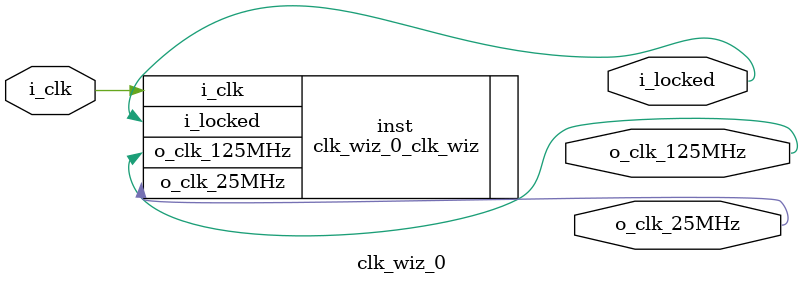
<source format=v>


`timescale 1ps/1ps

(* CORE_GENERATION_INFO = "clk_wiz_0,clk_wiz_v6_0_16_0_0,{component_name=clk_wiz_0,use_phase_alignment=true,use_min_o_jitter=false,use_max_i_jitter=false,use_dyn_phase_shift=false,use_inclk_switchover=false,use_dyn_reconfig=false,enable_axi=0,feedback_source=FDBK_AUTO,PRIMITIVE=PLL,num_out_clk=2,clkin1_period=8.000,clkin2_period=10.0,use_power_down=false,use_reset=false,use_locked=true,use_inclk_stopped=false,feedback_type=SINGLE,CLOCK_MGR_TYPE=NA,manual_override=false}" *)

module clk_wiz_0 
 (
  // Clock out ports
  output        o_clk_25MHz,
  output        o_clk_125MHz,
  // Status and control signals
  output        i_locked,
 // Clock in ports
  input         i_clk
 );

  clk_wiz_0_clk_wiz inst
  (
  // Clock out ports  
  .o_clk_25MHz(o_clk_25MHz),
  .o_clk_125MHz(o_clk_125MHz),
  // Status and control signals               
  .i_locked(i_locked),
 // Clock in ports
  .i_clk(i_clk)
  );

endmodule

</source>
